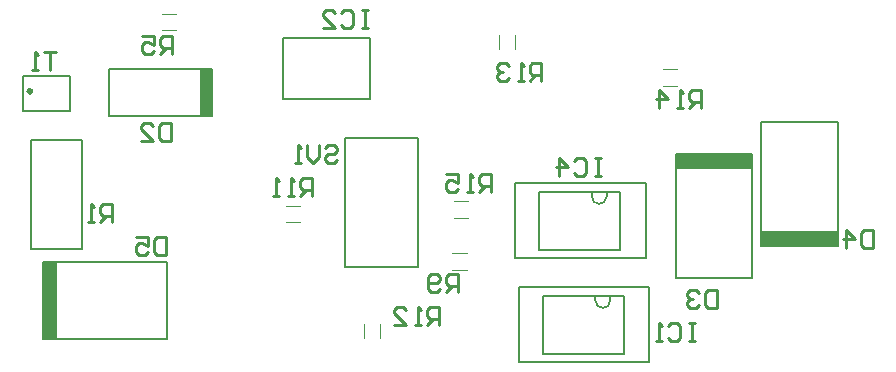
<source format=gbo>
G04*
G04 #@! TF.GenerationSoftware,Altium Limited,Altium Designer,21.6.1 (37)*
G04*
G04 Layer_Color=32896*
%FSLAX23Y23*%
%MOIN*%
G70*
G04*
G04 #@! TF.SameCoordinates,0FF5D6F2-8617-485F-BAA8-9F26F2E2BD2E*
G04*
G04*
G04 #@! TF.FilePolarity,Positive*
G04*
G01*
G75*
%ADD10C,0.015*%
%ADD11C,0.008*%
%ADD13C,0.004*%
%ADD15C,0.010*%
%ADD16R,0.048X0.256*%
%ADD76R,0.256X0.048*%
%ADD77R,0.039X0.157*%
D10*
X154Y1012D02*
G03*
X154Y1012I-4J0D01*
G01*
D11*
X2035Y315D02*
G03*
X2085Y315I25J0D01*
G01*
X2023Y662D02*
G03*
X2073Y662I25J0D01*
G01*
X154Y488D02*
X323D01*
X154Y850D02*
X323D01*
X154Y488D02*
Y850D01*
X323Y488D02*
Y850D01*
X2303Y391D02*
X2444D01*
X2303D02*
Y802D01*
X2559D01*
Y391D02*
Y802D01*
X2444Y391D02*
X2559D01*
X2588Y909D02*
X2703D01*
X2588Y498D02*
Y909D01*
Y498D02*
X2844D01*
Y909D01*
X2703D02*
X2844D01*
X606Y187D02*
Y328D01*
X195Y187D02*
X606D01*
X195D02*
Y443D01*
X606D01*
Y328D02*
Y443D01*
X414Y1015D02*
Y1087D01*
X758D01*
Y929D02*
Y1087D01*
X414Y929D02*
X758D01*
X414D02*
Y1015D01*
X1201Y425D02*
X1445D01*
Y858D01*
X1201D02*
X1445D01*
X1201Y425D02*
Y858D01*
X1284Y986D02*
Y1041D01*
X993Y986D02*
X1283D01*
X993Y1191D02*
X1284D01*
Y1141D02*
Y1191D01*
Y1041D02*
Y1141D01*
X993Y986D02*
Y1191D01*
X2215Y110D02*
Y360D01*
X1780Y110D02*
X2215D01*
X1780D02*
Y360D01*
X2215D01*
X2130Y135D02*
Y330D01*
X1860Y135D02*
X2130D01*
X1860D02*
Y330D01*
X2130D01*
X2035Y316D02*
Y330D01*
X2085Y316D02*
Y330D01*
X2203Y457D02*
Y707D01*
X1768Y457D02*
X2203D01*
X1768D02*
Y707D01*
X2203D01*
X2118Y482D02*
Y677D01*
X1848Y482D02*
X2118D01*
X1848D02*
Y677D01*
X2118D01*
X2023Y663D02*
Y677D01*
X2073Y663D02*
Y677D01*
X126Y945D02*
X284D01*
Y1063D01*
X126D02*
X284D01*
X126Y945D02*
Y1063D01*
D13*
X1004Y630D02*
X1051D01*
X1004Y575D02*
X1051D01*
X1559Y417D02*
X1606D01*
X1559Y472D02*
X1606D01*
X1264Y189D02*
Y236D01*
X1319Y189D02*
Y236D01*
X2260Y1087D02*
X2307D01*
X2260Y1031D02*
X2307D01*
X1768Y1154D02*
Y1201D01*
X1713Y1154D02*
Y1201D01*
X590Y1215D02*
X637D01*
X590Y1270D02*
X637D01*
X1563Y646D02*
X1610D01*
X1563Y591D02*
X1610D01*
D15*
X1278Y1284D02*
X1258D01*
X1268D01*
Y1224D01*
X1278D01*
X1258D01*
X1188Y1274D02*
X1198Y1284D01*
X1218D01*
X1228Y1274D01*
Y1234D01*
X1218Y1224D01*
X1198D01*
X1188Y1234D01*
X1128Y1224D02*
X1168D01*
X1128Y1264D01*
Y1274D01*
X1138Y1284D01*
X1158D01*
X1168Y1274D01*
X238Y1144D02*
X198D01*
X218D01*
Y1084D01*
X178D02*
X158D01*
X168D01*
Y1144D01*
X178Y1134D01*
X1134Y822D02*
X1144Y832D01*
X1164D01*
X1174Y822D01*
Y812D01*
X1164Y802D01*
X1144D01*
X1134Y792D01*
Y782D01*
X1144Y772D01*
X1164D01*
X1174Y782D01*
X1114Y832D02*
Y792D01*
X1094Y772D01*
X1074Y792D01*
Y832D01*
X1054Y772D02*
X1034D01*
X1044D01*
Y832D01*
X1054Y822D01*
X1686Y678D02*
Y738D01*
X1656D01*
X1646Y728D01*
Y708D01*
X1656Y698D01*
X1686D01*
X1666D02*
X1646Y678D01*
X1626D02*
X1606D01*
X1616D01*
Y738D01*
X1626Y728D01*
X1536Y738D02*
X1576D01*
Y708D01*
X1556Y718D01*
X1546D01*
X1536Y708D01*
Y688D01*
X1546Y678D01*
X1566D01*
X1576Y688D01*
X2387Y955D02*
Y1015D01*
X2357D01*
X2347Y1005D01*
Y985D01*
X2357Y975D01*
X2387D01*
X2367D02*
X2347Y955D01*
X2327D02*
X2307D01*
X2317D01*
Y1015D01*
X2327Y1005D01*
X2247Y955D02*
Y1015D01*
X2277Y985D01*
X2237D01*
X1855Y1045D02*
Y1105D01*
X1825D01*
X1816Y1095D01*
Y1075D01*
X1825Y1065D01*
X1855D01*
X1835D02*
X1816Y1045D01*
X1796D02*
X1776D01*
X1786D01*
Y1105D01*
X1796Y1095D01*
X1746D02*
X1736Y1105D01*
X1716D01*
X1706Y1095D01*
Y1085D01*
X1716Y1075D01*
X1726D01*
X1716D01*
X1706Y1065D01*
Y1055D01*
X1716Y1045D01*
X1736D01*
X1746Y1055D01*
X1514Y232D02*
Y292D01*
X1484D01*
X1474Y282D01*
Y262D01*
X1484Y252D01*
X1514D01*
X1494D02*
X1474Y232D01*
X1454D02*
X1434D01*
X1444D01*
Y292D01*
X1454Y282D01*
X1364Y232D02*
X1404D01*
X1364Y272D01*
Y282D01*
X1374Y292D01*
X1394D01*
X1404Y282D01*
X1091Y662D02*
Y722D01*
X1061D01*
X1051Y712D01*
Y692D01*
X1061Y682D01*
X1091D01*
X1071D02*
X1051Y662D01*
X1031D02*
X1011D01*
X1021D01*
Y722D01*
X1031Y712D01*
X981Y662D02*
X961D01*
X971D01*
Y722D01*
X981Y712D01*
X1578Y344D02*
Y404D01*
X1548D01*
X1538Y394D01*
Y374D01*
X1548Y364D01*
X1578D01*
X1558D02*
X1538Y344D01*
X1518Y354D02*
X1508Y344D01*
X1488D01*
X1478Y354D01*
Y394D01*
X1488Y404D01*
X1508D01*
X1518Y394D01*
Y384D01*
X1508Y374D01*
X1478D01*
X624Y1136D02*
Y1196D01*
X594D01*
X584Y1186D01*
Y1166D01*
X594Y1156D01*
X624D01*
X604D02*
X584Y1136D01*
X524Y1196D02*
X564D01*
Y1166D01*
X544Y1176D01*
X534D01*
X524Y1166D01*
Y1146D01*
X534Y1136D01*
X554D01*
X564Y1146D01*
X424Y577D02*
Y637D01*
X394D01*
X384Y627D01*
Y607D01*
X394Y597D01*
X424D01*
X404D02*
X384Y577D01*
X364D02*
X344D01*
X354D01*
Y637D01*
X364Y627D01*
X2053Y790D02*
X2033D01*
X2043D01*
Y730D01*
X2053D01*
X2033D01*
X1963Y780D02*
X1973Y790D01*
X1993D01*
X2003Y780D01*
Y740D01*
X1993Y730D01*
X1973D01*
X1963Y740D01*
X1913Y730D02*
Y790D01*
X1943Y760D01*
X1903D01*
X2367Y240D02*
X2347D01*
X2357D01*
Y180D01*
X2367D01*
X2347D01*
X2277Y230D02*
X2287Y240D01*
X2307D01*
X2317Y230D01*
Y190D01*
X2307Y180D01*
X2287D01*
X2277Y190D01*
X2257Y180D02*
X2237D01*
X2247D01*
Y240D01*
X2257Y230D01*
X604Y527D02*
Y467D01*
X574D01*
X564Y477D01*
Y517D01*
X574Y527D01*
X604D01*
X504D02*
X544D01*
Y497D01*
X524Y507D01*
X514D01*
X504Y497D01*
Y477D01*
X514Y467D01*
X534D01*
X544Y477D01*
X2961Y551D02*
Y491D01*
X2931D01*
X2921Y501D01*
Y541D01*
X2931Y551D01*
X2961D01*
X2871Y491D02*
Y551D01*
X2901Y521D01*
X2861D01*
X2442Y350D02*
Y290D01*
X2412D01*
X2402Y300D01*
Y340D01*
X2412Y350D01*
X2442D01*
X2382Y340D02*
X2372Y350D01*
X2352D01*
X2342Y340D01*
Y330D01*
X2352Y320D01*
X2362D01*
X2352D01*
X2342Y310D01*
Y300D01*
X2352Y290D01*
X2372D01*
X2382Y300D01*
X622Y906D02*
Y846D01*
X592D01*
X582Y856D01*
Y896D01*
X592Y906D01*
X622D01*
X522Y846D02*
X562D01*
X522Y886D01*
Y896D01*
X532Y906D01*
X552D01*
X562Y896D01*
D16*
X219Y315D02*
D03*
D76*
X2431Y778D02*
D03*
X2716Y522D02*
D03*
D77*
X739Y1008D02*
D03*
M02*

</source>
